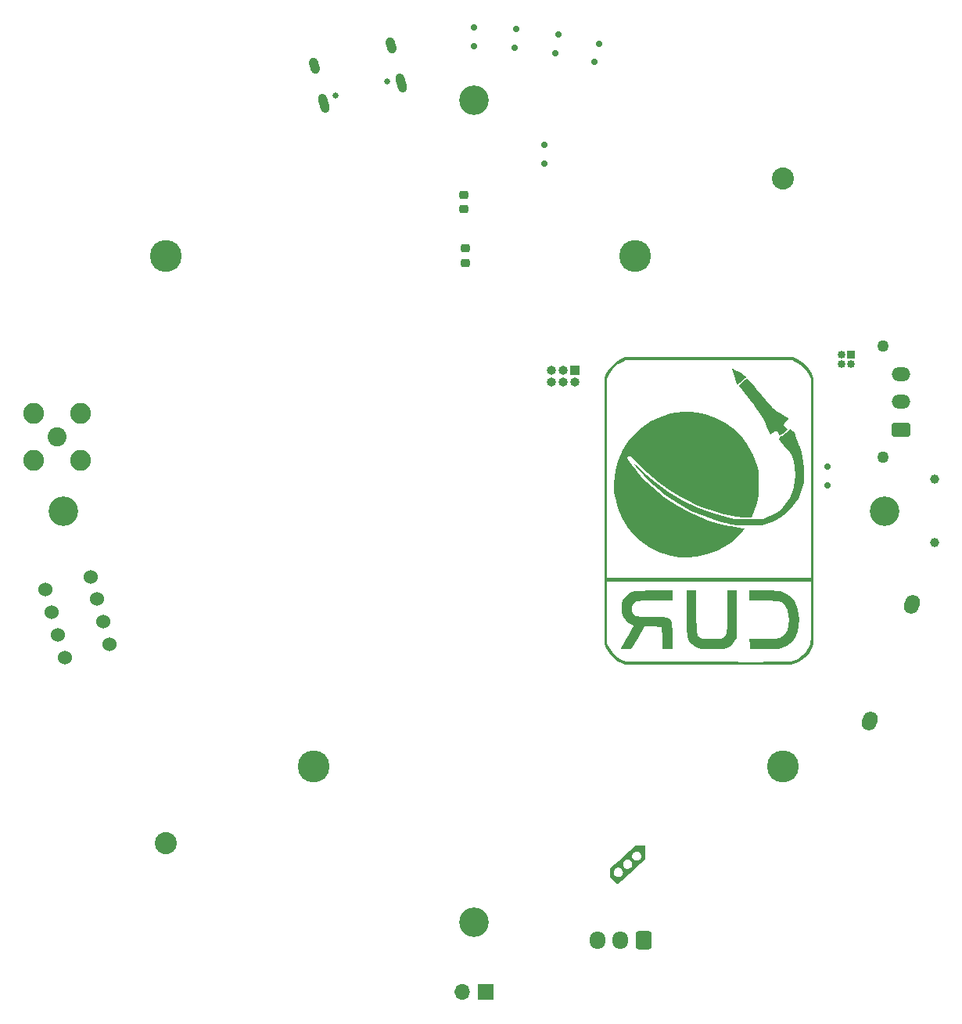
<source format=gbr>
%TF.GenerationSoftware,KiCad,Pcbnew,8.0.5*%
%TF.CreationDate,2025-02-19T23:04:31-05:00*%
%TF.ProjectId,airbrake_mod,61697262-7261-46b6-955f-6d6f642e6b69,rev?*%
%TF.SameCoordinates,Original*%
%TF.FileFunction,Soldermask,Bot*%
%TF.FilePolarity,Negative*%
%FSLAX46Y46*%
G04 Gerber Fmt 4.6, Leading zero omitted, Abs format (unit mm)*
G04 Created by KiCad (PCBNEW 8.0.5) date 2025-02-19 23:04:31*
%MOMM*%
%LPD*%
G01*
G04 APERTURE LIST*
G04 Aperture macros list*
%AMRoundRect*
0 Rectangle with rounded corners*
0 $1 Rounding radius*
0 $2 $3 $4 $5 $6 $7 $8 $9 X,Y pos of 4 corners*
0 Add a 4 corners polygon primitive as box body*
4,1,4,$2,$3,$4,$5,$6,$7,$8,$9,$2,$3,0*
0 Add four circle primitives for the rounded corners*
1,1,$1+$1,$2,$3*
1,1,$1+$1,$4,$5*
1,1,$1+$1,$6,$7*
1,1,$1+$1,$8,$9*
0 Add four rect primitives between the rounded corners*
20,1,$1+$1,$2,$3,$4,$5,0*
20,1,$1+$1,$4,$5,$6,$7,0*
20,1,$1+$1,$6,$7,$8,$9,0*
20,1,$1+$1,$8,$9,$2,$3,0*%
%AMHorizOval*
0 Thick line with rounded ends*
0 $1 width*
0 $2 $3 position (X,Y) of the first rounded end (center of the circle)*
0 $4 $5 position (X,Y) of the second rounded end (center of the circle)*
0 Add line between two ends*
20,1,$1,$2,$3,$4,$5,0*
0 Add two circle primitives to create the rounded ends*
1,1,$1,$2,$3*
1,1,$1,$4,$5*%
G04 Aperture macros list end*
%ADD10C,0.000000*%
%ADD11C,1.000000*%
%ADD12R,1.700000X1.700000*%
%ADD13O,1.700000X1.700000*%
%ADD14R,0.850000X0.850000*%
%ADD15O,0.850000X0.850000*%
%ADD16C,2.390000*%
%ADD17C,3.450000*%
%ADD18C,1.524000*%
%ADD19RoundRect,0.250000X0.600000X0.725000X-0.600000X0.725000X-0.600000X-0.725000X0.600000X-0.725000X0*%
%ADD20O,1.700000X1.950000*%
%ADD21O,2.020000X1.500000*%
%ADD22RoundRect,0.250001X0.759999X-0.499999X0.759999X0.499999X-0.759999X0.499999X-0.759999X-0.499999X0*%
%ADD23C,1.270000*%
%ADD24C,0.700000*%
%ADD25C,3.200000*%
%ADD26C,2.050000*%
%ADD27C,2.250000*%
%ADD28HorizOval,1.600000X0.085505X0.234923X-0.085505X-0.234923X0*%
%ADD29HorizOval,1.000000X-0.103528X0.386370X0.103528X-0.386370X0*%
%ADD30HorizOval,1.000000X-0.142350X0.531259X0.142350X-0.531259X0*%
%ADD31C,0.650000*%
%ADD32R,1.000000X1.000000*%
%ADD33O,1.000000X1.000000*%
%ADD34RoundRect,0.218750X0.256250X-0.218750X0.256250X0.218750X-0.256250X0.218750X-0.256250X-0.218750X0*%
G04 APERTURE END LIST*
D10*
%TO.C,GL4*%
G36*
X128039041Y-84653285D02*
G01*
X128246237Y-84756029D01*
X128512946Y-84902876D01*
X128800785Y-85072672D01*
X129071372Y-85244262D01*
X129282419Y-85389205D01*
X129403926Y-85493552D01*
X129423697Y-85560843D01*
X129360471Y-85615117D01*
X129284582Y-85666077D01*
X129100524Y-85811763D01*
X128890022Y-85995943D01*
X128755199Y-86116000D01*
X128596838Y-86245360D01*
X128514656Y-86296417D01*
X128506630Y-86293055D01*
X128444796Y-86194048D01*
X128350965Y-85982064D01*
X128237976Y-85689914D01*
X128118670Y-85350412D01*
X128005890Y-84996369D01*
X127967513Y-84859816D01*
X127929095Y-84684395D01*
X127930996Y-84615770D01*
X128039041Y-84653285D01*
G37*
G36*
X131429492Y-108591413D02*
G01*
X131866975Y-108602064D01*
X132331990Y-108617421D01*
X132684731Y-108636682D01*
X132952650Y-108662716D01*
X133163196Y-108698391D01*
X133343820Y-108746577D01*
X133521971Y-108810144D01*
X133854592Y-108968214D01*
X134321373Y-109325113D01*
X134685069Y-109802415D01*
X134946867Y-110401853D01*
X135107955Y-111125161D01*
X135153057Y-111697285D01*
X135113474Y-112406925D01*
X134973682Y-113075668D01*
X134741143Y-113670450D01*
X134423321Y-114158206D01*
X134176777Y-114379144D01*
X133806321Y-114604352D01*
X133382268Y-114787463D01*
X132959863Y-114900457D01*
X132840918Y-114914721D01*
X132545877Y-114933714D01*
X132150982Y-114947533D01*
X131693111Y-114955028D01*
X131209145Y-114955050D01*
X129847000Y-114943530D01*
X129823307Y-114402679D01*
X129799615Y-113861827D01*
X131288184Y-113861827D01*
X131529106Y-113861385D01*
X132045044Y-113855680D01*
X132433829Y-113842081D01*
X132719199Y-113818936D01*
X132924894Y-113784589D01*
X133074652Y-113737387D01*
X133358848Y-113587212D01*
X133672662Y-113298970D01*
X133888685Y-112910203D01*
X134013484Y-112407774D01*
X134053625Y-111778546D01*
X134025473Y-111263225D01*
X133904352Y-110707643D01*
X133686364Y-110277009D01*
X133370082Y-109968729D01*
X132954080Y-109780209D01*
X132826831Y-109758403D01*
X132546005Y-109733531D01*
X132163985Y-109713708D01*
X131713974Y-109700559D01*
X131229177Y-109695712D01*
X129806937Y-109695265D01*
X129806937Y-109125165D01*
X129806937Y-108555065D01*
X131429492Y-108591413D01*
G37*
G36*
X124037852Y-110819605D02*
G01*
X124038077Y-111148959D01*
X124041425Y-111819868D01*
X124051175Y-112355020D01*
X124070357Y-112771614D01*
X124102001Y-113086848D01*
X124149138Y-113317919D01*
X124214798Y-113482024D01*
X124302010Y-113596361D01*
X124413806Y-113678128D01*
X124553215Y-113744521D01*
X124713370Y-113791390D01*
X125041990Y-113838980D01*
X125444717Y-113863387D01*
X125874983Y-113864832D01*
X126286223Y-113843535D01*
X126631872Y-113799715D01*
X126865363Y-113733593D01*
X126977454Y-113678607D01*
X127091420Y-113609277D01*
X127180586Y-113522108D01*
X127248252Y-113399300D01*
X127297717Y-113223052D01*
X127332284Y-112975564D01*
X127355252Y-112639034D01*
X127369922Y-112195662D01*
X127379595Y-111627648D01*
X127387571Y-110917190D01*
X127412053Y-108573499D01*
X127932534Y-108573499D01*
X128453014Y-108573499D01*
X128428871Y-111157568D01*
X128404729Y-113741638D01*
X128180925Y-114122372D01*
X127897289Y-114474121D01*
X127497363Y-114736292D01*
X126974977Y-114904955D01*
X126802757Y-114931569D01*
X126442523Y-114957126D01*
X126005901Y-114964538D01*
X125532293Y-114955414D01*
X125061101Y-114931363D01*
X124631729Y-114893994D01*
X124283579Y-114844917D01*
X124056053Y-114785742D01*
X123898079Y-114706672D01*
X123543285Y-114426791D01*
X123257080Y-114060928D01*
X123084669Y-113661404D01*
X123068941Y-113572173D01*
X123043981Y-113294499D01*
X123023769Y-112878532D01*
X123008765Y-112338366D01*
X122999426Y-111688092D01*
X122996211Y-110941803D01*
X122996211Y-108573499D01*
X123517031Y-108573499D01*
X124037852Y-108573499D01*
X124037852Y-110819605D01*
G37*
G36*
X129630961Y-85702301D02*
G01*
X129766832Y-85856506D01*
X129977373Y-86104622D01*
X130248701Y-86430103D01*
X130566933Y-86816404D01*
X130918183Y-87246978D01*
X131157053Y-87540882D01*
X131505637Y-87966483D01*
X131785116Y-88298829D01*
X132015555Y-88557889D01*
X132217018Y-88763635D01*
X132409569Y-88936039D01*
X132613272Y-89095070D01*
X132848190Y-89260700D01*
X133134389Y-89452900D01*
X134059835Y-90069255D01*
X133776288Y-90336674D01*
X133589461Y-90529782D01*
X133510051Y-90683319D01*
X133552348Y-90820582D01*
X133712338Y-90982062D01*
X133931934Y-91170951D01*
X133772432Y-91350259D01*
X133591717Y-91518423D01*
X133372552Y-91678047D01*
X133228590Y-91764023D01*
X133094442Y-91812540D01*
X133012042Y-91756870D01*
X132931858Y-91586748D01*
X132880427Y-91487413D01*
X132723319Y-91360314D01*
X132520222Y-91384737D01*
X132276037Y-91560875D01*
X132229969Y-91603758D01*
X132093449Y-91713883D01*
X132025299Y-91741159D01*
X132018063Y-91727814D01*
X131960191Y-91600351D01*
X131856563Y-91362144D01*
X131719066Y-91040702D01*
X131559591Y-90663537D01*
X131514983Y-90557741D01*
X131381506Y-90248772D01*
X131258872Y-89987391D01*
X131131113Y-89749018D01*
X130982262Y-89509072D01*
X130796350Y-89242975D01*
X130557409Y-88926145D01*
X130249473Y-88534002D01*
X129856573Y-88041965D01*
X129570323Y-87681308D01*
X129258661Y-87280176D01*
X128996485Y-86933259D01*
X128796739Y-86658053D01*
X128672370Y-86472054D01*
X128636323Y-86392759D01*
X128641650Y-86385366D01*
X128738448Y-86292635D01*
X128912882Y-86146962D01*
X129124822Y-85979475D01*
X129334135Y-85821303D01*
X129500692Y-85703572D01*
X129584360Y-85657410D01*
X129630961Y-85702301D01*
G37*
G36*
X121457443Y-109154414D02*
G01*
X121481136Y-109695265D01*
X119574478Y-109696447D01*
X119077313Y-109697423D01*
X118528830Y-109702842D01*
X118106390Y-109716687D01*
X117790315Y-109743026D01*
X117560924Y-109785927D01*
X117398540Y-109849459D01*
X117283482Y-109937688D01*
X117196072Y-110054684D01*
X117116630Y-110204513D01*
X117044810Y-110402661D01*
X117032044Y-110749904D01*
X117157572Y-111061374D01*
X117411774Y-111301321D01*
X117484466Y-111341723D01*
X117598639Y-111386113D01*
X117748682Y-111417589D01*
X117959470Y-111438320D01*
X118255875Y-111450476D01*
X118662771Y-111456227D01*
X119205033Y-111457742D01*
X119212473Y-111457744D01*
X119705472Y-111461847D01*
X120154035Y-111472862D01*
X120529209Y-111489511D01*
X120802043Y-111510514D01*
X120943587Y-111534591D01*
X121076313Y-111595193D01*
X121208480Y-111698171D01*
X121305280Y-111850684D01*
X121372868Y-112074862D01*
X121417396Y-112392835D01*
X121445017Y-112826734D01*
X121461885Y-113398689D01*
X121467297Y-113728961D01*
X121469556Y-114151144D01*
X121465987Y-114501404D01*
X121456972Y-114750323D01*
X121442891Y-114868478D01*
X121434451Y-114886539D01*
X121355567Y-114947222D01*
X121186845Y-114972116D01*
X120893936Y-114967412D01*
X120392110Y-114943530D01*
X120352047Y-113741638D01*
X120311984Y-112539745D01*
X119384867Y-112517295D01*
X118457751Y-112494845D01*
X117736810Y-113719188D01*
X117015869Y-114943530D01*
X116440425Y-114967072D01*
X116405008Y-114968399D01*
X116131593Y-114969532D01*
X115938284Y-114954421D01*
X115864981Y-114925920D01*
X115886408Y-114873267D01*
X115976863Y-114699549D01*
X116125752Y-114430060D01*
X116319653Y-114088979D01*
X116545147Y-113700486D01*
X116713325Y-113410922D01*
X116916955Y-113052515D01*
X117078930Y-112758121D01*
X117185809Y-112552302D01*
X117224152Y-112459619D01*
X117211843Y-112432389D01*
X117097747Y-112338234D01*
X116903051Y-112231954D01*
X116724760Y-112132476D01*
X116390675Y-111826287D01*
X116146836Y-111428481D01*
X115997890Y-110970216D01*
X115948488Y-110482649D01*
X116003277Y-109996936D01*
X116166908Y-109544235D01*
X116444030Y-109155703D01*
X116540342Y-109060176D01*
X116701905Y-108924920D01*
X116879274Y-108819848D01*
X117093077Y-108741214D01*
X117363944Y-108685274D01*
X117712500Y-108648283D01*
X118159376Y-108626497D01*
X118725199Y-108616172D01*
X119430596Y-108613562D01*
X121433751Y-108613562D01*
X121457443Y-109154414D01*
G37*
G36*
X134408758Y-91287578D02*
G01*
X134538285Y-91360084D01*
X134682937Y-91514561D01*
X134773788Y-91763855D01*
X134797815Y-91851083D01*
X134885319Y-92129852D01*
X135004058Y-92478074D01*
X135135456Y-92840450D01*
X135237779Y-93119005D01*
X135429655Y-93696789D01*
X135561220Y-94210514D01*
X135642390Y-94714803D01*
X135683075Y-95264278D01*
X135693191Y-95913562D01*
X135690630Y-96303896D01*
X135680684Y-96679148D01*
X135658496Y-96967369D01*
X135618979Y-97209214D01*
X135557045Y-97445339D01*
X135467607Y-97716401D01*
X135456098Y-97749266D01*
X135060397Y-98643149D01*
X134543803Y-99437881D01*
X133915367Y-100125038D01*
X133184141Y-100696192D01*
X132359176Y-101142918D01*
X131449524Y-101456790D01*
X131027216Y-101531708D01*
X130476363Y-101575314D01*
X129845425Y-101586258D01*
X129173070Y-101565745D01*
X128497967Y-101514976D01*
X127858783Y-101435156D01*
X127294187Y-101327488D01*
X126714010Y-101181237D01*
X125084107Y-100661809D01*
X123525300Y-99998808D01*
X122036695Y-99191821D01*
X120617397Y-98240434D01*
X120453881Y-98116576D01*
X119942810Y-97697870D01*
X119403205Y-97215667D01*
X118861271Y-96696461D01*
X118343215Y-96166751D01*
X117875244Y-95653030D01*
X117483563Y-95181797D01*
X117194380Y-94779547D01*
X117198901Y-94760747D01*
X117298957Y-94837928D01*
X117483145Y-95003019D01*
X117736561Y-95242627D01*
X118044304Y-95543359D01*
X118264491Y-95758240D01*
X119590279Y-96924946D01*
X120996876Y-97953416D01*
X122484874Y-98843975D01*
X124054867Y-99596948D01*
X125707450Y-100212661D01*
X127443214Y-100691438D01*
X127474557Y-100698658D01*
X127850108Y-100780825D01*
X128174592Y-100839162D01*
X128490263Y-100877640D01*
X128839374Y-100900232D01*
X129264181Y-100910911D01*
X129806937Y-100913649D01*
X129808224Y-100913649D01*
X130339178Y-100911413D01*
X130740689Y-100902734D01*
X131043457Y-100884896D01*
X131278183Y-100855188D01*
X131475567Y-100810896D01*
X131666311Y-100749306D01*
X132431047Y-100393337D01*
X133111913Y-99906764D01*
X133688712Y-99302880D01*
X134149586Y-98591987D01*
X134161780Y-98568634D01*
X134427011Y-97988071D01*
X134600583Y-97422306D01*
X134695322Y-96816015D01*
X134724052Y-96113877D01*
X134684053Y-95314076D01*
X134552550Y-94597295D01*
X134320783Y-93971789D01*
X133980043Y-93414291D01*
X133521618Y-92901533D01*
X133398508Y-92779746D01*
X133131136Y-92466686D01*
X133007714Y-92223295D01*
X133028129Y-92049243D01*
X133192268Y-91944201D01*
X133319955Y-91876606D01*
X133526809Y-91722717D01*
X133751661Y-91522619D01*
X134130769Y-91155015D01*
X134408758Y-91287578D01*
G37*
G36*
X136737852Y-107692111D02*
G01*
X136737852Y-114382647D01*
X136513538Y-114863404D01*
X136246899Y-115327381D01*
X135789181Y-115852116D01*
X135225782Y-116266345D01*
X134574445Y-116554593D01*
X134504743Y-116569262D01*
X134369385Y-116584118D01*
X134166716Y-116597159D01*
X133888992Y-116608458D01*
X133528467Y-116618086D01*
X133077396Y-116626117D01*
X132528035Y-116632623D01*
X131872639Y-116637677D01*
X131103463Y-116641350D01*
X130212762Y-116643716D01*
X129192790Y-116644846D01*
X128035804Y-116644813D01*
X126734058Y-116643690D01*
X125279807Y-116641549D01*
X116305675Y-116626180D01*
X115824918Y-116401950D01*
X115540203Y-116247188D01*
X115035625Y-115862194D01*
X114603690Y-115389187D01*
X114288202Y-114871783D01*
X114062142Y-114382647D01*
X114062142Y-107692111D01*
X114337481Y-107692111D01*
X114360064Y-110997316D01*
X114382647Y-114302521D01*
X114594818Y-114755070D01*
X114928554Y-115291525D01*
X115386842Y-115751837D01*
X115933252Y-116093504D01*
X116385801Y-116305675D01*
X125279807Y-116323803D01*
X125524090Y-116324299D01*
X126886392Y-116326926D01*
X128099166Y-116328915D01*
X129171593Y-116330141D01*
X130112855Y-116330478D01*
X130932131Y-116329802D01*
X131638604Y-116327988D01*
X132241453Y-116324912D01*
X132749861Y-116320448D01*
X133173007Y-116314472D01*
X133520072Y-116306858D01*
X133800239Y-116297483D01*
X134022687Y-116286222D01*
X134196598Y-116272949D01*
X134331151Y-116257540D01*
X134435530Y-116239870D01*
X134518913Y-116219814D01*
X134590483Y-116197247D01*
X135056531Y-115995663D01*
X135559582Y-115644975D01*
X135958837Y-115181113D01*
X136269689Y-114589334D01*
X136307722Y-114494761D01*
X136346709Y-114383571D01*
X136378069Y-114261992D01*
X136402645Y-114113373D01*
X136421280Y-113921063D01*
X136434816Y-113668409D01*
X136444097Y-113338761D01*
X136449963Y-112915466D01*
X136453259Y-112381874D01*
X136454826Y-111721332D01*
X136455508Y-110917190D01*
X136457410Y-107692111D01*
X125397446Y-107692111D01*
X114337481Y-107692111D01*
X114062142Y-107692111D01*
X114062142Y-107211354D01*
X114340867Y-107211354D01*
X125399997Y-107211354D01*
X136459127Y-107211354D01*
X136438237Y-96454414D01*
X136417347Y-85697474D01*
X136205176Y-85244924D01*
X135871439Y-84708470D01*
X135413152Y-84248158D01*
X134866742Y-83906490D01*
X134414192Y-83694319D01*
X125399997Y-83694319D01*
X116385801Y-83694319D01*
X115933252Y-83906490D01*
X115396797Y-84240227D01*
X114936485Y-84698514D01*
X114594818Y-85244924D01*
X114382647Y-85697474D01*
X114361757Y-96454414D01*
X114340867Y-107211354D01*
X114062142Y-107211354D01*
X114062142Y-99999997D01*
X114062142Y-85617347D01*
X114286372Y-85136590D01*
X114441134Y-84851875D01*
X114826128Y-84347298D01*
X115299135Y-83915363D01*
X115816539Y-83599874D01*
X116305675Y-83373814D01*
X125399997Y-83373814D01*
X134494319Y-83373814D01*
X134983455Y-83599874D01*
X135263270Y-83751597D01*
X135762335Y-84134862D01*
X136193658Y-84611128D01*
X136513621Y-85136590D01*
X136737852Y-85617347D01*
X136737852Y-99999997D01*
X136737852Y-107211354D01*
X136737852Y-107692111D01*
G37*
G36*
X123418410Y-89313064D02*
G01*
X124210774Y-89384383D01*
X124920160Y-89522870D01*
X125056899Y-89560244D01*
X126141388Y-89943526D01*
X127130241Y-90454286D01*
X128019657Y-91089423D01*
X128805836Y-91845837D01*
X129484976Y-92720426D01*
X130053277Y-93710092D01*
X130089380Y-93784298D01*
X130344871Y-94343931D01*
X130532843Y-94843290D01*
X130662949Y-95326248D01*
X130744843Y-95836680D01*
X130788181Y-96418458D01*
X130802615Y-97115455D01*
X130802785Y-97164117D01*
X130796021Y-97798482D01*
X130766693Y-98319627D01*
X130707174Y-98770962D01*
X130609839Y-99195898D01*
X130467060Y-99637847D01*
X130271210Y-100140218D01*
X130032361Y-100721133D01*
X129539050Y-100720811D01*
X129126431Y-100703922D01*
X128391765Y-100615591D01*
X127570141Y-100459295D01*
X126692374Y-100243643D01*
X125789279Y-99977247D01*
X124891671Y-99668715D01*
X124030364Y-99326659D01*
X123236174Y-98959689D01*
X122429225Y-98534456D01*
X121143712Y-97758262D01*
X119940994Y-96895183D01*
X118788475Y-95920997D01*
X117653558Y-94811482D01*
X117427283Y-94577159D01*
X117166770Y-94315888D01*
X116983428Y-94148723D01*
X116858820Y-94061065D01*
X116774515Y-94038314D01*
X116712076Y-94065871D01*
X116642553Y-94141457D01*
X116586117Y-94277355D01*
X116591101Y-94306000D01*
X116672425Y-94468933D01*
X116839862Y-94720814D01*
X117075875Y-95039782D01*
X117362925Y-95403975D01*
X117683474Y-95791534D01*
X118019985Y-96180599D01*
X118354920Y-96549308D01*
X118670742Y-96875801D01*
X119260417Y-97433945D01*
X120546708Y-98489025D01*
X121934536Y-99424836D01*
X123413299Y-100234588D01*
X124972397Y-100911495D01*
X125319821Y-101035442D01*
X125875663Y-101210474D01*
X126483566Y-101381098D01*
X127102996Y-101537251D01*
X127693414Y-101668868D01*
X128214287Y-101765889D01*
X128625076Y-101818249D01*
X128699105Y-101824408D01*
X128977341Y-101855407D01*
X129172470Y-101889811D01*
X129246054Y-101921247D01*
X129212763Y-101993538D01*
X129081213Y-102161892D01*
X128873333Y-102390107D01*
X128614542Y-102652601D01*
X128330256Y-102923789D01*
X128045893Y-103178091D01*
X127786870Y-103389922D01*
X127173708Y-103814034D01*
X126191354Y-104336874D01*
X125146066Y-104722710D01*
X124065137Y-104960025D01*
X124026585Y-104965520D01*
X123156047Y-105026965D01*
X122232149Y-104986370D01*
X121316881Y-104849561D01*
X120472237Y-104622366D01*
X119923068Y-104411583D01*
X118934584Y-103906577D01*
X118038669Y-103277687D01*
X117244190Y-102535099D01*
X116560010Y-101688997D01*
X115994996Y-100749568D01*
X115558012Y-99726997D01*
X115257923Y-98631469D01*
X115227647Y-98464281D01*
X115159160Y-97804615D01*
X115146666Y-97070586D01*
X115187630Y-96319174D01*
X115279519Y-95607356D01*
X115419797Y-94992111D01*
X115599987Y-94453738D01*
X116064958Y-93423812D01*
X116655170Y-92488203D01*
X117362737Y-91654410D01*
X118179773Y-90929932D01*
X119098392Y-90322268D01*
X120110709Y-89838915D01*
X121208838Y-89487373D01*
X121819484Y-89374174D01*
X122601751Y-89309474D01*
X123418410Y-89313064D01*
G37*
%TO.C,GL1*%
G36*
X118491962Y-137729691D02*
G01*
X117989834Y-138171669D01*
X116995919Y-139046522D01*
X116982493Y-139058339D01*
X116963746Y-139074839D01*
X116814089Y-139206519D01*
X116668684Y-139334389D01*
X116528272Y-139457800D01*
X116393592Y-139576106D01*
X116265386Y-139688656D01*
X116144393Y-139794804D01*
X116031353Y-139893902D01*
X115927006Y-139985300D01*
X115832094Y-140068351D01*
X115747356Y-140142407D01*
X115673532Y-140206820D01*
X115611363Y-140260942D01*
X115561588Y-140304123D01*
X115524949Y-140335718D01*
X115502184Y-140355076D01*
X115494035Y-140361551D01*
X115492468Y-140360422D01*
X115478363Y-140348628D01*
X115450919Y-140325042D01*
X115411584Y-140290928D01*
X115361807Y-140247551D01*
X115303038Y-140196174D01*
X115236724Y-140138062D01*
X115164316Y-140074477D01*
X115087262Y-140006686D01*
X114686329Y-139653623D01*
X114688872Y-139166201D01*
X114689226Y-139098418D01*
X115101880Y-139098418D01*
X115117070Y-139193982D01*
X115151561Y-139287244D01*
X115155528Y-139295253D01*
X115209704Y-139380967D01*
X115277794Y-139451973D01*
X115358769Y-139507386D01*
X115451606Y-139546321D01*
X115474232Y-139552680D01*
X115569522Y-139566840D01*
X115665980Y-139562367D01*
X115759982Y-139540036D01*
X115847906Y-139500621D01*
X115926127Y-139444898D01*
X115968218Y-139403151D01*
X116025096Y-139325582D01*
X116064987Y-139240546D01*
X116087828Y-139150610D01*
X116093555Y-139058339D01*
X116082105Y-138966300D01*
X116053415Y-138877058D01*
X116007421Y-138793179D01*
X115944061Y-138717229D01*
X115931792Y-138705517D01*
X115853954Y-138646672D01*
X115768722Y-138605454D01*
X115678614Y-138581829D01*
X115586146Y-138575764D01*
X115493837Y-138587226D01*
X115404204Y-138616181D01*
X115319764Y-138662597D01*
X115243035Y-138726441D01*
X115225694Y-138744809D01*
X115167896Y-138823748D01*
X115127714Y-138910718D01*
X115105568Y-139003136D01*
X115101880Y-139098418D01*
X114689226Y-139098418D01*
X114691415Y-138678778D01*
X115205251Y-138226277D01*
X116100286Y-138226277D01*
X116102360Y-138267808D01*
X116106367Y-138305446D01*
X116113887Y-138336966D01*
X116126899Y-138370208D01*
X116147378Y-138413009D01*
X116184092Y-138475823D01*
X116247368Y-138551833D01*
X116322939Y-138613283D01*
X116408588Y-138658468D01*
X116502098Y-138685683D01*
X116572982Y-138694688D01*
X116637304Y-138693068D01*
X116706078Y-138680539D01*
X116742621Y-138670242D01*
X116831362Y-138631779D01*
X116908810Y-138578577D01*
X116973857Y-138512927D01*
X117025396Y-138437120D01*
X117062321Y-138353447D01*
X117083523Y-138264200D01*
X117087896Y-138171669D01*
X117074334Y-138078145D01*
X117041728Y-137985919D01*
X117034333Y-137971169D01*
X116997725Y-137913764D01*
X116950943Y-137856976D01*
X116899572Y-137807061D01*
X116849196Y-137770273D01*
X116779418Y-137736128D01*
X116685576Y-137708829D01*
X116589954Y-137700151D01*
X116495189Y-137709770D01*
X116403918Y-137737359D01*
X116318780Y-137782594D01*
X116242410Y-137845149D01*
X116215243Y-137874139D01*
X116160396Y-137949962D01*
X116123521Y-138032407D01*
X116103767Y-138123754D01*
X116100286Y-138226277D01*
X115205251Y-138226277D01*
X116098546Y-137439612D01*
X116227226Y-137326292D01*
X117090849Y-137326292D01*
X117100295Y-137415980D01*
X117126072Y-137502611D01*
X117167738Y-137583888D01*
X117224855Y-137657517D01*
X117296981Y-137721202D01*
X117383675Y-137772647D01*
X117415894Y-137787442D01*
X117448099Y-137799722D01*
X117478972Y-137807003D01*
X117515777Y-137810896D01*
X117565783Y-137813013D01*
X117620241Y-137813237D01*
X117675957Y-137809765D01*
X117716370Y-137802526D01*
X117749556Y-137791737D01*
X117838593Y-137749523D01*
X117915335Y-137693059D01*
X117978806Y-137624594D01*
X118028031Y-137546375D01*
X118062036Y-137460649D01*
X118079846Y-137369666D01*
X118080486Y-137275672D01*
X118062981Y-137180915D01*
X118026358Y-137087644D01*
X118005391Y-137053295D01*
X117965507Y-137003275D01*
X117917489Y-136954109D01*
X117867136Y-136911595D01*
X117820247Y-136881533D01*
X117766625Y-136857940D01*
X117671125Y-136832068D01*
X117574755Y-136825006D01*
X117480035Y-136836347D01*
X117389482Y-136865685D01*
X117305617Y-136912612D01*
X117230960Y-136976721D01*
X117225181Y-136982873D01*
X117164900Y-137061837D01*
X117122711Y-137146926D01*
X117098175Y-137235842D01*
X117090849Y-137326292D01*
X116227226Y-137326292D01*
X117505678Y-136200446D01*
X117999453Y-136200101D01*
X118493228Y-136199756D01*
X118492595Y-136964723D01*
X118492338Y-137275672D01*
X118491962Y-137729691D01*
G37*
%TD*%
D11*
%TO.C,SW8*%
X149800000Y-103400000D03*
X149800000Y-96600000D03*
%TD*%
D12*
%TO.C,J7*%
X101275000Y-152000000D03*
D13*
X98735000Y-152000000D03*
%TD*%
D14*
%TO.C,J6*%
X140750000Y-83100000D03*
D15*
X140750000Y-84100000D03*
X139750000Y-83100000D03*
X139750000Y-84100000D03*
%TD*%
D16*
%TO.C,BT2*%
X66599997Y-135929997D03*
D17*
X82599997Y-127599997D03*
X66599997Y-72399997D03*
%TD*%
D18*
%TO.C,SW3*%
X55651661Y-115826899D03*
X54951542Y-113385294D03*
X54251424Y-110943690D03*
X53551305Y-108502085D03*
X60534871Y-114426661D03*
X59834752Y-111985057D03*
X59134633Y-109543452D03*
X58434514Y-107101847D03*
%TD*%
D19*
%TO.C,J5*%
X118300000Y-146400000D03*
D20*
X115800000Y-146400000D03*
X113300000Y-146400000D03*
%TD*%
D21*
%TO.C,J4*%
X146200000Y-85200000D03*
X146200000Y-88200000D03*
D22*
X146200000Y-91200000D03*
D23*
X144240000Y-82200000D03*
X144240000Y-94200000D03*
%TD*%
D24*
%TO.C,SW2*%
X138200000Y-97200000D03*
X138200000Y-95200000D03*
%TD*%
%TO.C,SW1*%
X107600000Y-60400000D03*
X107600000Y-62400000D03*
%TD*%
D25*
%TO.C,H2*%
X144449997Y-99999997D03*
%TD*%
D26*
%TO.C,J1*%
X54799997Y-91999997D03*
D27*
X57339997Y-89459997D03*
X52259997Y-89459997D03*
X57339997Y-94539997D03*
X52259997Y-94539997D03*
%TD*%
D25*
%TO.C,H5*%
X99999997Y-144449997D03*
%TD*%
D24*
%TO.C,SW6*%
X104383931Y-49891404D03*
X104558243Y-47899014D03*
%TD*%
D25*
%TO.C,H3*%
X99999997Y-55549997D03*
%TD*%
D28*
%TO.C,U7*%
X142796607Y-122759889D03*
D18*
X147413879Y-110074039D03*
D28*
X147413879Y-110074039D03*
%TD*%
D29*
%TO.C,J2*%
X82648967Y-51879725D03*
D30*
X83730831Y-55917295D03*
D29*
X90994566Y-49643528D03*
D30*
X92076430Y-53681098D03*
D31*
X84982695Y-55064221D03*
X90565746Y-53568247D03*
%TD*%
D32*
%TO.C,J3*%
X110874997Y-84774997D03*
D33*
X110874997Y-86044997D03*
X109604997Y-84774997D03*
X109604997Y-86044997D03*
X108334997Y-84774997D03*
X108334997Y-86044997D03*
%TD*%
D24*
%TO.C,SW5*%
X108734501Y-50464167D03*
X109081797Y-48494551D03*
%TD*%
%TO.C,SW7*%
X99999997Y-49699997D03*
X99999997Y-47699997D03*
%TD*%
D25*
%TO.C,H4*%
X55549997Y-99999997D03*
%TD*%
D24*
%TO.C,SW4*%
X113018595Y-51413928D03*
X113536233Y-49482076D03*
%TD*%
D34*
%TO.C,D1*%
X98999997Y-73187497D03*
X98999997Y-71612497D03*
%TD*%
%TO.C,D2*%
X98899997Y-67387497D03*
X98899997Y-65812497D03*
%TD*%
D17*
%TO.C,BT1*%
X133399997Y-127599997D03*
X117399997Y-72399997D03*
D16*
X133399997Y-64069997D03*
%TD*%
M02*

</source>
